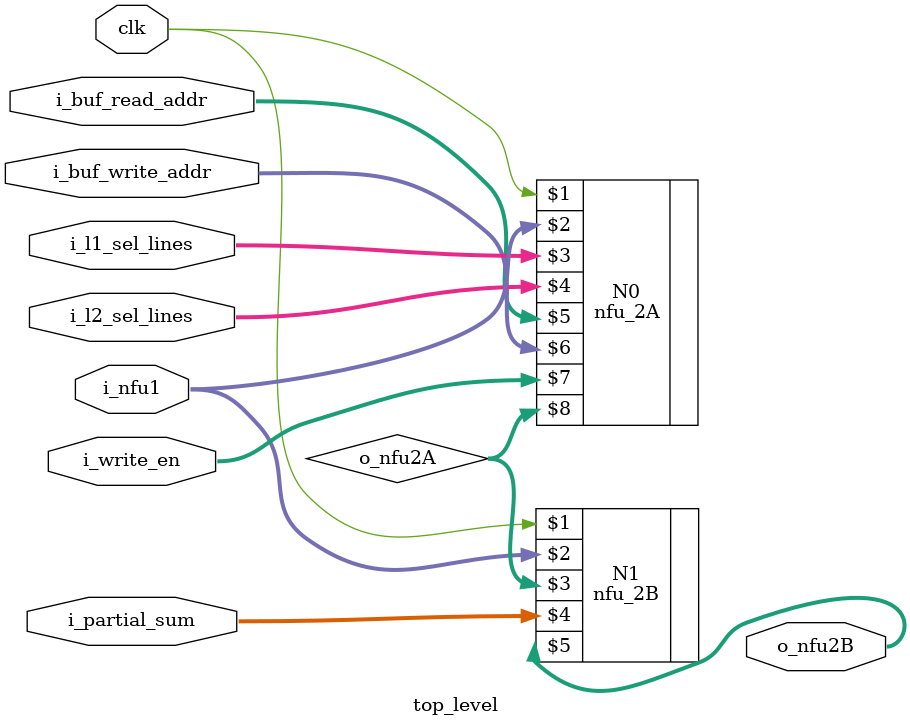
<source format=v>

module top_level (
        clk,
        i_nfu1,
        i_partial_sum,
        i_l1_sel_lines,
        i_l2_sel_lines,
        i_buf_read_addr,
        i_buf_write_addr,
        i_write_en,
        o_nfu2B
    );

    parameter BIT_WIDTH = 16;
    parameter Tn = 16;
    parameter TnxTn = 256;

    parameter OUT_LIMIT = 2;
    parameter IN_LIMIT = 3;

    parameter ADDR_SIZE   = 2;
    parameter NUM_BUFFERS = 1 << ADDR_SIZE;

    parameter L1_SEL_WIDTH = 4;
    parameter L1_NUM_INPUTS = 1 << L1_SEL_WIDTH;

    // OUT_LIMIT = 1
    // parameter L2_SEL_WIDTH = 5;

    // OUT_LIMIT = 2
    parameter L2_SEL_WIDTH = 6;

    parameter L2_NUM_INPUTS = 1 << L2_SEL_WIDTH;
    
    //------------ Inputs ------------//
    input clk;

    input [ (TnxTn)*BIT_WIDTH - 1 : 0 ]                 i_nfu1;
    input [ (Tn*OUT_LIMIT*L1_SEL_WIDTH) - 1 : 0 ]       i_l1_sel_lines;
    input [ (Tn*IN_LIMIT*L2_SEL_WIDTH) - 1 : 0 ]        i_l2_sel_lines;

    input [ ((BIT_WIDTH*Tn) - 1) : 0 ] i_partial_sum; // Partial sum from NBout (nfu2/nfu3 pipe reg)


    input [ (Tn*ADDR_SIZE) - 1 : 0 ]                    i_buf_read_addr;
    input [ (Tn*ADDR_SIZE) - 1 : 0 ]                    i_buf_write_addr;

    input [ Tn-1 : 0 ]                                  i_write_en;

    output [ (Tn*BIT_WIDTH) - 1 : 0 ] o_nfu2B;

    //wire [ (TnxTn + IN_LIMIT)*BIT_WIDTH - 1 : 0 ]     o_nfu2A;
    wire [ (Tn*IN_LIMIT)*BIT_WIDTH - 1 : 0 ] o_nfu2A;


    nfu_2A #(.OUT_LIMIT(OUT_LIMIT), .IN_LIMIT(IN_LIMIT), .L2_SEL_WIDTH(L2_SEL_WIDTH) ) N0 (
        clk,
        i_nfu1,
        i_l1_sel_lines,
        i_l2_sel_lines,
        i_buf_read_addr,
        i_buf_write_addr,
        i_write_en,
        o_nfu2A
    );

    nfu_2B #(.IN_LIMIT(IN_LIMIT) ) N1 (
       clk,
       i_nfu1,
       o_nfu2A,
       i_partial_sum,
       o_nfu2B
    );








//    assign o_out = reg_out;

/*
always @(posedge clk) begin
    reg_cur_inputs <= i_cur_inputs;
    reg_repl_cands <= i_repl_cands;
    reg_out        <= mux_tree_out;
end
*/

endmodule


</source>
